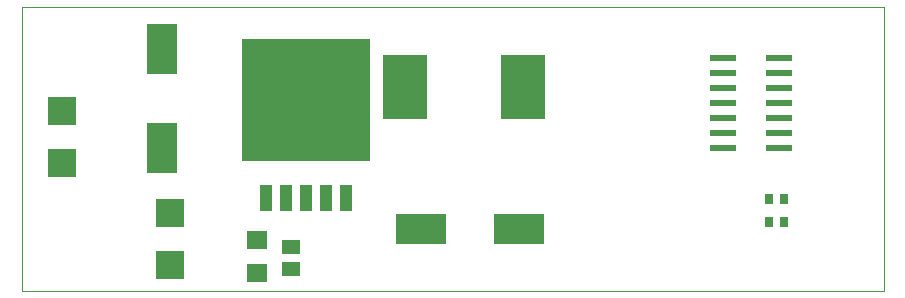
<source format=gtp>
G75*
%MOIN*%
%OFA0B0*%
%FSLAX25Y25*%
%IPPOS*%
%LPD*%
%AMOC8*
5,1,8,0,0,1.08239X$1,22.5*
%
%ADD10C,0.00000*%
%ADD11R,0.09843X0.16929*%
%ADD12R,0.16929X0.09843*%
%ADD13R,0.09449X0.09449*%
%ADD14R,0.42520X0.40984*%
%ADD15R,0.04200X0.08500*%
%ADD16R,0.15157X0.21654*%
%ADD17R,0.07098X0.06299*%
%ADD18R,0.05906X0.05118*%
%ADD19R,0.08600X0.02200*%
%ADD20R,0.02756X0.03543*%
D10*
X0019583Y0001600D02*
X0019583Y0096128D01*
X0306985Y0096128D01*
X0306985Y0001600D01*
X0019583Y0001600D01*
D11*
X0066276Y0049395D03*
X0066276Y0082072D03*
D12*
X0152772Y0022191D03*
X0185450Y0022191D03*
D13*
X0069032Y0027466D03*
X0033127Y0044159D03*
X0033127Y0061482D03*
X0069032Y0010143D03*
D14*
X0114426Y0065222D03*
D15*
X0114426Y0032422D03*
X0121126Y0032422D03*
X0127826Y0032422D03*
X0107726Y0032422D03*
X0101026Y0032422D03*
D16*
X0147556Y0069435D03*
X0186729Y0069435D03*
D17*
X0098048Y0018655D03*
X0098048Y0007458D03*
D18*
X0109268Y0008805D03*
X0109268Y0016285D03*
D19*
X0253551Y0049159D03*
X0253551Y0054159D03*
X0253551Y0059159D03*
X0253551Y0064159D03*
X0253551Y0069159D03*
X0253551Y0074159D03*
X0253551Y0079159D03*
X0272151Y0079159D03*
X0272151Y0074159D03*
X0272151Y0069159D03*
X0272151Y0064159D03*
X0272151Y0059159D03*
X0272151Y0054159D03*
X0272151Y0049159D03*
D20*
X0273717Y0032309D03*
X0268599Y0032309D03*
X0268599Y0024435D03*
X0273717Y0024435D03*
M02*

</source>
